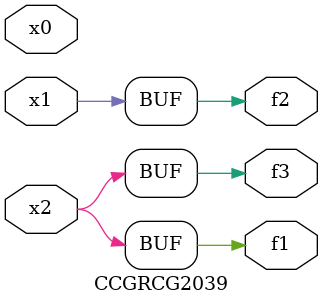
<source format=v>
module CCGRCG2039(
	input x0, x1, x2,
	output f1, f2, f3
);
	assign f1 = x2;
	assign f2 = x1;
	assign f3 = x2;
endmodule

</source>
